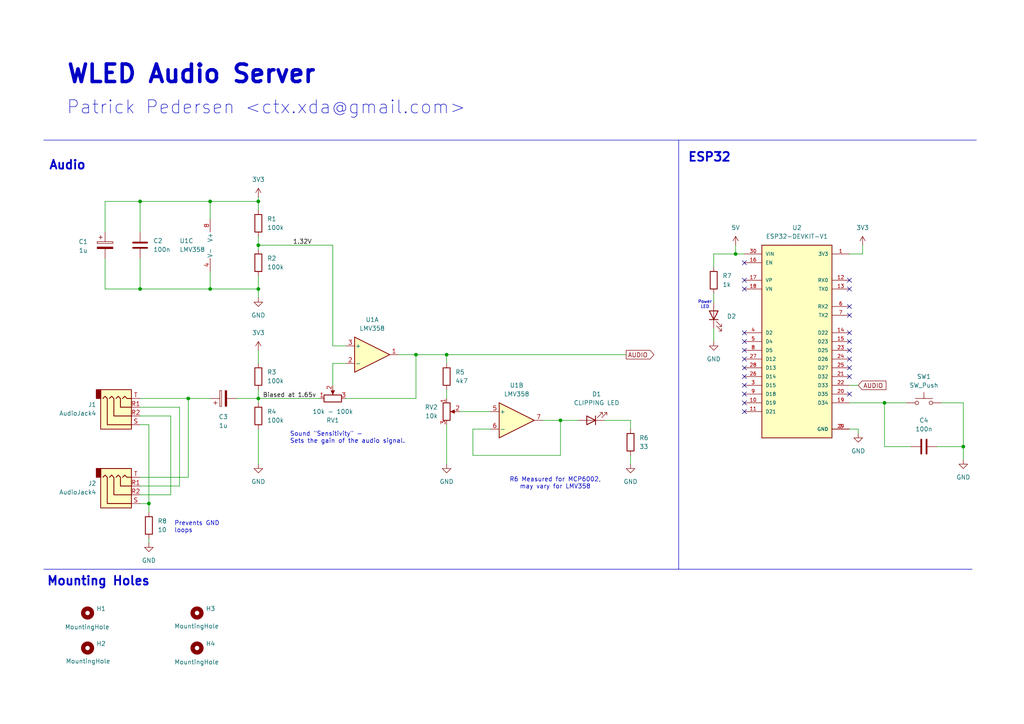
<source format=kicad_sch>
(kicad_sch (version 20250114) (generator "eeschema") (generator_version "9.0")
  (paper "A4")
  (lib_symbols
    (symbol "Amplifier_Operational:LMV358" (pin_names (offset 0.127))
      (property "Reference" "U" (at 0 5.08 0))
      (property "Value" "LMV358" (at 0 -5.08 0))
      (symbol "LMV358_1_1"
        (polyline (pts (xy -5.08 5.08) (xy 5.08 0) (xy -5.08 -5.08) (xy -5.08 5.08)) (stroke (width 0.254)) (fill (type background)))
        (pin input line (at -7.62 2.54 0) (length 2.54) (name "+") (number "3"))
        (pin input line (at -7.62 -2.54 0) (length 2.54) (name "-") (number "2"))
        (pin output line (at 7.62 0 180) (length 2.54) (name "~") (number "1"))
      )
      (symbol "LMV358_2_1"
        (polyline (pts (xy -5.08 5.08) (xy 5.08 0) (xy -5.08 -5.08) (xy -5.08 5.08)) (stroke (width 0.254)) (fill (type background)))
        (pin input line (at -7.62 2.54 0) (length 2.54) (name "+") (number "5"))
        (pin input line (at -7.62 -2.54 0) (length 2.54) (name "-") (number "6"))
        (pin output line (at 7.62 0 180) (length 2.54) (name "~") (number "7"))
      )
      (symbol "LMV358_3_1"
        (pin power_in line (at -2.54 7.62 270) (length 3.81) (name "V+") (number "8"))
        (pin power_in line (at -2.54 -7.62 90) (length 3.81) (name "V-") (number "4"))
      )
    )
    (symbol "Connector_Audio:AudioJack4"
      (property "Reference" "J" (at 0 8.89 0))
      (property "Value" "AudioJack4" (at 0 6.35 0))
      (symbol "AudioJack4_0_1"
        (rectangle (start -6.35 -5.08) (end -7.62 -7.62) (stroke (width 0.254)) (fill (type outline)))
        (polyline (pts (xy -5.715 -5.08) (xy -5.08 -5.715) (xy -4.445 -5.08) (xy -4.445 2.54) (xy 2.54 2.54)) (stroke (width 0.254)))
        (polyline (pts (xy -1.905 -5.08) (xy -1.27 -5.715) (xy -0.635 -5.08) (xy -0.635 -2.54) (xy 2.54 -2.54)) (stroke (width 0.254)))
        (polyline (pts (xy 0 -5.08) (xy 0.635 -5.715) (xy 1.27 -5.08) (xy 2.54 -5.08)) (stroke (width 0.254)))
        (rectangle (start 2.54 3.81) (end -6.35 -7.62) (stroke (width 0.254)) (fill (type background)))
        (polyline (pts (xy 2.54 0) (xy -2.54 0) (xy -2.54 -5.08) (xy -3.175 -5.715) (xy -3.81 -5.08)) (stroke (width 0.254)))
      )
      (symbol "AudioJack4_1_1"
        (pin passive line (at 5.08 2.54 180) (length 2.54) (name "~") (number "S"))
        (pin passive line (at 5.08 0 180) (length 2.54) (name "~") (number "R2"))
        (pin passive line (at 5.08 -2.54 180) (length 2.54) (name "~") (number "R1"))
        (pin passive line (at 5.08 -5.08 180) (length 2.54) (name "~") (number "T"))
      )
    )
    (symbol "Device:C" (pin_numbers (hide yes)) (pin_names (offset 0.254))
      (property "Reference" "C" (at 0.635 2.54 0))
      (property "Value" "C" (at 0.635 -2.54 0))
      (symbol "C_0_1"
        (polyline (pts (xy -2.032 0.762) (xy 2.032 0.762)) (stroke (width 0.508)))
        (polyline (pts (xy -2.032 -0.762) (xy 2.032 -0.762)) (stroke (width 0.508)))
      )
      (symbol "C_1_1"
        (pin passive line (at 0 3.81 270) (length 2.794) (name "~") (number "1"))
        (pin passive line (at 0 -3.81 90) (length 2.794) (name "~") (number "2"))
      )
    )
    (symbol "Device:C_Polarized" (pin_numbers (hide yes)) (pin_names (offset 0.254))
      (property "Reference" "C" (at 0.635 2.54 0))
      (property "Value" "C_Polarized" (at 0.635 -2.54 0))
      (symbol "C_Polarized_0_1"
        (rectangle (start -2.286 0.508) (end 2.286 1.016))
        (polyline (pts (xy -1.778 2.286) (xy -0.762 2.286)))
        (polyline (pts (xy -1.27 2.794) (xy -1.27 1.778)))
        (rectangle (start 2.286 -0.508) (end -2.286 -1.016) (fill (type outline)))
      )
      (symbol "C_Polarized_1_1"
        (pin passive line (at 0 3.81 270) (length 2.794) (name "~") (number "1"))
        (pin passive line (at 0 -3.81 90) (length 2.794) (name "~") (number "2"))
      )
    )
    (symbol "Device:LED" (pin_numbers (hide yes)) (pin_names (offset 1.016) (hide yes))
      (property "Reference" "D" (at 0 2.54 0))
      (property "Value" "LED" (at 0 -2.54 0))
      (symbol "LED_0_1"
        (polyline (pts (xy -3.048 -0.762) (xy -4.572 -2.286) (xy -3.81 -2.286) (xy -4.572 -2.286) (xy -4.572 -1.524)))
        (polyline (pts (xy -1.778 -0.762) (xy -3.302 -2.286) (xy -2.54 -2.286) (xy -3.302 -2.286) (xy -3.302 -1.524)))
        (polyline (pts (xy -1.27 0) (xy 1.27 0)))
        (polyline (pts (xy -1.27 -1.27) (xy -1.27 1.27)) (stroke (width 0.254)))
        (polyline (pts (xy 1.27 -1.27) (xy 1.27 1.27) (xy -1.27 0) (xy 1.27 -1.27)) (stroke (width 0.254)))
      )
      (symbol "LED_1_1"
        (pin passive line (at -3.81 0 0) (length 2.54) (name "K") (number "1"))
        (pin passive line (at 3.81 0 180) (length 2.54) (name "A") (number "2"))
      )
    )
    (symbol "Device:R" (pin_numbers (hide yes)) (pin_names (offset 0))
      (property "Reference" "R" (at 2.032 0 90))
      (property "Value" "R" (at 0 0 90))
      (symbol "R_0_1"
        (rectangle (start -1.016 -2.54) (end 1.016 2.54) (stroke (width 0.254)))
      )
      (symbol "R_1_1"
        (pin passive line (at 0 3.81 270) (length 1.27) (name "~") (number "1"))
        (pin passive line (at 0 -3.81 90) (length 1.27) (name "~") (number "2"))
      )
    )
    (symbol "Device:R_Potentiometer" (pin_names (offset 1.016) (hide yes))
      (property "Reference" "RV" (at -4.445 0 90))
      (property "Value" "R_Potentiometer" (at -2.54 0 90))
      (symbol "R_Potentiometer_0_1"
        (rectangle (start 1.016 2.54) (end -1.016 -2.54) (stroke (width 0.254)))
        (polyline (pts (xy 1.143 0) (xy 2.286 0.508) (xy 2.286 -0.508) (xy 1.143 0)) (fill (type outline)))
        (polyline (pts (xy 2.54 0) (xy 1.524 0)))
      )
      (symbol "R_Potentiometer_1_1"
        (pin passive line (at 0 3.81 270) (length 1.27) (name "1") (number "1"))
        (pin passive line (at 0 -3.81 90) (length 1.27) (name "3") (number "3"))
        (pin passive line (at 3.81 0 180) (length 1.27) (name "2") (number "2"))
      )
    )
    (symbol "ESP32_Devkit_V1:ESP32-DEVKIT-V1" (pin_names (offset 1.016))
      (property "Reference" "U" (at -10.16 30.48 0))
      (property "Value" "ESP32-DEVKIT-V1" (at -10.16 -30.48 0))
      (symbol "ESP32-DEVKIT-V1_0_0"
        (rectangle (start -10.16 -27.94) (end 10.16 27.94) (stroke (width 0.254)) (fill (type background)))
        (pin input line (at -15.24 25.4 0) (length 5.08) (name "VIN") (number "30"))
        (pin input line (at -15.24 22.86 0) (length 5.08) (name "EN") (number "16"))
        (pin bidirectional line (at -15.24 17.78 0) (length 5.08) (name "VP") (number "17"))
        (pin bidirectional line (at -15.24 15.24 0) (length 5.08) (name "VN") (number "18"))
        (pin bidirectional line (at -15.24 2.54 0) (length 5.08) (name "D2") (number "4"))
        (pin bidirectional line (at -15.24 0 0) (length 5.08) (name "D4") (number "5"))
        (pin bidirectional line (at -15.24 -2.54 0) (length 5.08) (name "D5") (number "8"))
        (pin bidirectional line (at -15.24 -5.08 0) (length 5.08) (name "D12") (number "27"))
        (pin bidirectional line (at -15.24 -7.62 0) (length 5.08) (name "D13") (number "28"))
        (pin bidirectional line (at -15.24 -10.16 0) (length 5.08) (name "D14") (number "26"))
        (pin bidirectional line (at -15.24 -12.7 0) (length 5.08) (name "D15") (number "3"))
        (pin bidirectional line (at -15.24 -15.24 0) (length 5.08) (name "D18") (number "9"))
        (pin bidirectional line (at -15.24 -17.78 0) (length 5.08) (name "D19") (number "10"))
        (pin bidirectional line (at -15.24 -20.32 0) (length 5.08) (name "D21") (number "11"))
        (pin output line (at 15.24 25.4 180) (length 5.08) (name "3V3") (number "1"))
        (pin input line (at 15.24 17.78 180) (length 5.08) (name "RX0") (number "12"))
        (pin output line (at 15.24 15.24 180) (length 5.08) (name "TX0") (number "13"))
        (pin input line (at 15.24 10.16 180) (length 5.08) (name "RX2") (number "6"))
        (pin output line (at 15.24 7.62 180) (length 5.08) (name "TX2") (number "7"))
        (pin bidirectional line (at 15.24 2.54 180) (length 5.08) (name "D22") (number "14"))
        (pin bidirectional line (at 15.24 0 180) (length 5.08) (name "D23") (number "15"))
        (pin bidirectional line (at 15.24 -2.54 180) (length 5.08) (name "D25") (number "23"))
        (pin bidirectional line (at 15.24 -5.08 180) (length 5.08) (name "D26") (number "24"))
        (pin bidirectional line (at 15.24 -7.62 180) (length 5.08) (name "D27") (number "25"))
        (pin bidirectional line (at 15.24 -10.16 180) (length 5.08) (name "D32") (number "21"))
        (pin bidirectional line (at 15.24 -12.7 180) (length 5.08) (name "D33") (number "22"))
        (pin bidirectional line (at 15.24 -15.24 180) (length 5.08) (name "D35") (number "20"))
        (pin bidirectional line (at 15.24 -17.78 180) (length 5.08) (name "D34") (number "19"))
        (pin power_in line (at 15.24 -25.4 180) (length 5.08) (name "GND") (number "2"))
        (pin power_in line (at 15.24 -25.4 180) (length 5.08) (name "GND") (number "29"))
      )
    )
    (symbol "Mechanical:MountingHole" (pin_names (offset 1.016)) (exclude_from_sim yes) (in_bom no)
      (property "Reference" "H" (at 0 5.08 0))
      (property "Value" "MountingHole" (at 0 3.175 0))
      (symbol "MountingHole_0_1"
        (circle (center 0 0) (radius 1.27) (stroke (width 1.27)))
      )
    )
    (symbol "Switch:SW_Push" (pin_numbers (hide yes)) (pin_names (offset 1.016) (hide yes))
      (property "Reference" "SW" (at 1.27 2.54 0))
      (property "Value" "SW_Push" (at 0 -1.524 0))
      (symbol "SW_Push_0_1"
        (circle (center -2.032 0) (radius 0.508))
        (polyline (pts (xy 0 1.27) (xy 0 3.048)))
        (circle (center 2.032 0) (radius 0.508))
        (polyline (pts (xy 2.54 1.27) (xy -2.54 1.27)))
        (pin passive line (at -5.08 0 0) (length 2.54) (name "1") (number "1"))
        (pin passive line (at 5.08 0 180) (length 2.54) (name "2") (number "2"))
      )
    )
    (symbol "power:GND" (power) (pin_numbers (hide yes)) (pin_names (offset 0) (hide yes))
      (property "Value" "GND" (at 0 -3.81 0))
      (symbol "GND_0_1"
        (polyline (pts (xy 0 0) (xy 0 -1.27) (xy 1.27 -1.27) (xy 0 -2.54) (xy -1.27 -1.27) (xy 0 -1.27)))
      )
      (symbol "GND_1_1"
        (pin power_in line (at 0 0 270) (length 0) (name "~") (number "1"))
      )
    )
    (symbol "power:VCC" (power) (pin_numbers (hide yes)) (pin_names (offset 0) (hide yes))
      (property "Value" "VCC" (at 0 3.556 0))
      (symbol "VCC_0_1"
        (polyline (pts (xy -0.762 1.27) (xy 0 2.54)))
        (polyline (pts (xy 0 2.54) (xy 0.762 1.27)))
        (polyline (pts (xy 0 0) (xy 0 2.54)))
      )
      (symbol "VCC_1_1"
        (pin power_in line (at 0 0 90) (length 0) (name "~") (number "1"))
      )
    )
  )
  (text "Patrick Pedersen <ctx.xda@gmail.com>" (at 77.216 31.242 0) (effects (font (size 3.81 3.81))))
  (text "Audio" (at 19.558 48.006 0) (effects (font (size 2.54 2.54) (thickness 0.508) (bold yes))))
  (text "Mounting Holes" (at 13.462 168.656 0) (effects (font (size 2.54 2.54) (thickness 0.508) (bold yes)) (justify left)))
  (text "ESP32" (at 199.39 45.72 0) (effects (font (size 2.54 2.54) (thickness 0.508) (bold yes)) (justify left)))
  (text "Prevents GND\nloops" (at 50.546 152.908 0) (effects (font (size 1.27 1.27)) (justify left)))
  (text "Sound \"Sensitivity\" - \nSets the gain of the audio signal.\n" (at 84.074 127 0) (effects (font (size 1.27 1.27)) (justify left)))
  (text "R6 Measured for MCP6002,\nmay vary for LMV358" (at 161.036 140.208 0) (effects (font (size 1.27 1.27))))
  (text "Power\nLED" (at 204.47 88.392 0) (effects (font (size 0.889 0.889))))
  (text "WLED Audio Server" (at 19.05 21.59 0) (effects (font (size 5.08 5.08) (thickness 1.016) (bold yes)) (justify left)))
  (junction (at 54.61 115.57))
  (junction (at 256.54 116.84))
  (junction (at 60.96 58.42))
  (junction (at 74.93 58.42))
  (junction (at 279.4 129.54))
  (junction (at 129.54 102.87))
  (junction (at 213.36 73.66))
  (junction (at 120.65 102.87))
  (junction (at 40.64 58.42))
  (junction (at 60.96 83.82))
  (junction (at 43.18 146.05))
  (junction (at 74.93 115.57))
  (junction (at 74.93 83.82))
  (junction (at 162.56 121.92))
  (junction (at 40.64 83.82))
  (junction (at 74.93 71.12))
  (no_connect (at 246.38 104.14))
  (no_connect (at 246.38 106.68))
  (no_connect (at 215.9 101.6))
  (no_connect (at 215.9 96.52))
  (no_connect (at 246.38 114.3))
  (no_connect (at 215.9 106.68))
  (no_connect (at 215.9 116.84))
  (no_connect (at 215.9 119.38))
  (no_connect (at 246.38 83.82))
  (no_connect (at 215.9 111.76))
  (no_connect (at 215.9 76.2))
  (no_connect (at 215.9 99.06))
  (no_connect (at 246.38 99.06))
  (no_connect (at 246.38 88.9))
  (no_connect (at 215.9 114.3))
  (no_connect (at 246.38 101.6))
  (no_connect (at 246.38 81.28))
  (no_connect (at 215.9 83.82))
  (no_connect (at 215.9 104.14))
  (no_connect (at 215.9 109.22))
  (no_connect (at 246.38 91.44))
  (no_connect (at 246.38 96.52))
  (no_connect (at 215.9 81.28))
  (no_connect (at 246.38 109.22))
  (wire (pts (xy 74.93 113.03) (xy 74.93 115.57)))
  (wire (pts (xy 133.35 119.38) (xy 142.24 119.38)))
  (wire (pts (xy 162.56 121.92) (xy 167.64 121.92)))
  (wire (pts (xy 207.01 73.66) (xy 213.36 73.66)))
  (wire (pts (xy 40.64 74.93) (xy 40.64 83.82)))
  (wire (pts (xy 43.18 123.19) (xy 43.18 146.05)))
  (wire (pts (xy 115.57 102.87) (xy 120.65 102.87)))
  (wire (pts (xy 207.01 95.25) (xy 207.01 99.06)))
  (wire (pts (xy 49.53 120.65) (xy 49.53 143.51)))
  (wire (pts (xy 74.93 83.82) (xy 74.93 86.36)))
  (wire (pts (xy 54.61 115.57) (xy 60.96 115.57)))
  (wire (pts (xy 137.16 124.46) (xy 142.24 124.46)))
  (wire (pts (xy 30.48 83.82) (xy 40.64 83.82)))
  (wire (pts (xy 96.52 71.12) (xy 96.52 100.33)))
  (wire (pts (xy 246.38 116.84) (xy 256.54 116.84)))
  (wire (pts (xy 250.19 71.12) (xy 250.19 73.66)))
  (wire (pts (xy 129.54 102.87) (xy 181.61 102.87)))
  (wire (pts (xy 49.53 143.51) (xy 40.64 143.51)))
  (wire (pts (xy 68.58 115.57) (xy 74.93 115.57)))
  (wire (pts (xy 40.64 58.42) (xy 60.96 58.42)))
  (wire (pts (xy 74.93 68.58) (xy 74.93 71.12)))
  (wire (pts (xy 129.54 113.03) (xy 129.54 115.57)))
  (wire (pts (xy 74.93 71.12) (xy 74.93 72.39)))
  (wire (pts (xy 96.52 111.76) (xy 96.52 105.41)))
  (wire (pts (xy 60.96 78.74) (xy 60.96 83.82)))
  (wire (pts (xy 256.54 129.54) (xy 264.16 129.54)))
  (wire (pts (xy 129.54 102.87) (xy 129.54 105.41)))
  (wire (pts (xy 279.4 116.84) (xy 279.4 129.54)))
  (wire (pts (xy 207.01 85.09) (xy 207.01 87.63)))
  (wire (pts (xy 207.01 73.66) (xy 207.01 77.47)))
  (wire (pts (xy 120.65 102.87) (xy 120.65 115.57)))
  (wire (pts (xy 30.48 58.42) (xy 40.64 58.42)))
  (wire (pts (xy 40.64 138.43) (xy 54.61 138.43)))
  (wire (pts (xy 30.48 74.93) (xy 30.48 83.82)))
  (wire (pts (xy 60.96 63.5) (xy 60.96 58.42)))
  (wire (pts (xy 74.93 101.6) (xy 74.93 105.41)))
  (wire (pts (xy 74.93 58.42) (xy 74.93 60.96)))
  (wire (pts (xy 43.18 146.05) (xy 43.18 148.59)))
  (wire (pts (xy 60.96 58.42) (xy 74.93 58.42)))
  (wire (pts (xy 248.92 125.73) (xy 248.92 124.46)))
  (wire (pts (xy 74.93 124.46) (xy 74.93 134.62)))
  (wire (pts (xy 40.64 83.82) (xy 60.96 83.82)))
  (wire (pts (xy 175.26 121.92) (xy 182.88 121.92)))
  (wire (pts (xy 74.93 80.01) (xy 74.93 83.82)))
  (wire (pts (xy 40.64 120.65) (xy 49.53 120.65)))
  (wire (pts (xy 96.52 100.33) (xy 100.33 100.33)))
  (wire (pts (xy 74.93 57.15) (xy 74.93 58.42)))
  (wire (pts (xy 74.93 115.57) (xy 92.71 115.57)))
  (wire (pts (xy 43.18 146.05) (xy 40.64 146.05)))
  (wire (pts (xy 246.38 111.76) (xy 248.92 111.76)))
  (wire (pts (xy 43.18 123.19) (xy 40.64 123.19)))
  (wire (pts (xy 271.78 129.54) (xy 279.4 129.54)))
  (wire (pts (xy 74.93 115.57) (xy 74.93 116.84)))
  (wire (pts (xy 60.96 83.82) (xy 74.93 83.82)))
  (wire (pts (xy 74.93 71.12) (xy 96.52 71.12)))
  (wire (pts (xy 120.65 115.57) (xy 100.33 115.57)))
  (wire (pts (xy 248.92 124.46) (xy 246.38 124.46)))
  (wire (pts (xy 54.61 115.57) (xy 54.61 138.43)))
  (wire (pts (xy 129.54 123.19) (xy 129.54 134.62)))
  (polyline (pts (xy 12.7 40.64) (xy 283.21 40.64)))
  (polyline (pts (xy 196.85 40.64) (xy 196.85 165.1)))
  (wire (pts (xy 40.64 118.11) (xy 52.07 118.11)))
  (polyline (pts (xy 12.7 165.1) (xy 281.94 165.1)))
  (wire (pts (xy 52.07 118.11) (xy 52.07 140.97)))
  (wire (pts (xy 157.48 121.92) (xy 162.56 121.92)))
  (wire (pts (xy 40.64 58.42) (xy 40.64 67.31)))
  (wire (pts (xy 96.52 105.41) (xy 100.33 105.41)))
  (wire (pts (xy 43.18 156.21) (xy 43.18 157.48)))
  (wire (pts (xy 162.56 121.92) (xy 162.56 132.08)))
  (wire (pts (xy 30.48 67.31) (xy 30.48 58.42)))
  (wire (pts (xy 213.36 71.12) (xy 213.36 73.66)))
  (wire (pts (xy 182.88 121.92) (xy 182.88 124.46)))
  (wire (pts (xy 279.4 116.84) (xy 273.05 116.84)))
  (wire (pts (xy 262.89 116.84) (xy 256.54 116.84)))
  (wire (pts (xy 279.4 129.54) (xy 279.4 133.35)))
  (wire (pts (xy 137.16 124.46) (xy 137.16 132.08)))
  (wire (pts (xy 162.56 132.08) (xy 137.16 132.08)))
  (wire (pts (xy 256.54 116.84) (xy 256.54 129.54)))
  (wire (pts (xy 120.65 102.87) (xy 129.54 102.87)))
  (wire (pts (xy 213.36 73.66) (xy 215.9 73.66)))
  (wire (pts (xy 250.19 73.66) (xy 246.38 73.66)))
  (wire (pts (xy 40.64 115.57) (xy 54.61 115.57)))
  (wire (pts (xy 182.88 132.08) (xy 182.88 134.62)))
  (wire (pts (xy 40.64 140.97) (xy 52.07 140.97)))
  (label "Biased at 1.65v" (at 76.2 115.57 0))
  (label "1.32V " (at 91.44 71.12 180))
  (global_label "AUDIO" (shape output) (at 181.61 102.87 0) (property "Intersheetrefs" "${INTERSHEET_REFS}" (effects (hide yes))))
  (global_label "AUDIO" (shape input) (at 248.92 111.76 0) (property "Intersheetrefs" "${INTERSHEET_REFS}" (effects (hide yes))))
  (symbol (lib_id "power:GND") (at 279.4 133.35 0) (unit 1)
    (property "Reference" "#PWR012" (effects (hide yes)))
    (property "Value" "GND" (at 279.4 138.43 0))
    (property "Description" "Power symbol creates a global label with name \"GND\" , ground" (effects (hide yes)))
  )
  (symbol (lib_id "power:VCC") (at 74.93 101.6 0) (unit 1)
    (property "Reference" "#PWR05" (effects (hide yes)))
    (property "Value" "3V3" (at 74.93 96.52 0))
    (property "Description" "Power symbol creates a global label with name \"VCC\"" (effects (hide yes)))
  )
  (symbol (lib_id "power:GND") (at 74.93 134.62 0) (mirror y) (unit 1)
    (property "Reference" "#PWR06" (effects (hide yes)))
    (property "Value" "GND" (at 74.93 139.7 0))
    (property "Description" "Power symbol creates a global label with name \"GND\" , ground" (effects (hide yes)))
  )
  (symbol (lib_id "Device:R_Potentiometer") (at 96.52 115.57 90) (unit 1)
    (property "Reference" "RV1" (at 96.52 121.92 90))
    (property "Value" "10k - 100k" (at 96.52 119.38 90))
    (property "Footprint" "benjiaomodular:Potentiometer_RV09" (effects (hide yes)))
    (property "Description" "Potentiometer" (effects (hide yes)))
  )
  (symbol (lib_id "power:GND") (at 74.93 86.36 0) (mirror y) (unit 1)
    (property "Reference" "#PWR04" (effects (hide yes)))
    (property "Value" "GND" (at 74.93 91.44 0))
    (property "Description" "Power symbol creates a global label with name \"GND\" , ground" (effects (hide yes)))
  )
  (symbol (lib_id "power:VCC") (at 74.93 57.15 0) (unit 1)
    (property "Reference" "#PWR03" (effects (hide yes)))
    (property "Value" "3V3" (at 74.93 52.07 0))
    (property "Description" "Power symbol creates a global label with name \"VCC\"" (effects (hide yes)))
  )
  (symbol (lib_id "Device:C_Polarized") (at 30.48 71.12 0) (unit 1)
    (property "Reference" "C1" (at 24.13 70.104 0))
    (property "Value" "1u" (at 24.13 72.644 0))
    (property "Footprint" "Capacitor_THT:CP_Radial_D4.0mm_P2.00mm" (effects (hide yes)))
    (property "Description" "Polarized capacitor" (effects (hide yes)))
  )
  (symbol (lib_id "Switch:SW_Push") (at 267.97 116.84 0) (unit 1)
    (property "Reference" "SW1" (at 267.97 109.22 0))
    (property "Value" "SW_Push" (at 267.97 111.76 0))
    (property "Footprint" "7mmPB:SW_Push_ThroughHole_2Pin_7mm" (effects (hide yes)))
    (property "Description" "Push button switch, generic, two pins" (effects (hide yes)))
  )
  (symbol (lib_id "Device:R") (at 129.54 109.22 0) (unit 1)
    (property "Reference" "R5" (at 132.08 107.9499 0) (effects (justify left)))
    (property "Value" "4k7" (at 132.08 110.4899 0) (effects (justify left)))
    (property "Footprint" "Resistor_SMD:R_1206_3216Metric_Pad1.30x1.75mm_HandSolder" (effects (hide yes)))
    (property "Description" "Resistor" (effects (hide yes)))
  )
  (symbol (lib_id "power:VCC") (at 213.36 71.12 0) (unit 1)
    (property "Reference" "#PWR010" (effects (hide yes)))
    (property "Value" "5V" (at 213.36 66.04 0))
    (property "Description" "Power symbol creates a global label with name \"VCC\"" (effects (hide yes)))
  )
  (symbol (lib_id "Device:R") (at 74.93 64.77 0) (unit 1)
    (property "Reference" "R1" (at 77.47 63.4999 0) (effects (justify left)))
    (property "Value" "100k" (at 77.47 66.0399 0) (effects (justify left)))
    (property "Footprint" "Resistor_SMD:R_1206_3216Metric_Pad1.30x1.75mm_HandSolder" (effects (hide yes)))
    (property "Description" "Resistor" (effects (hide yes)))
  )
  (symbol (lib_id "Device:R") (at 207.01 81.28 180) (unit 1)
    (property "Reference" "R7" (at 209.55 80.0099 0) (effects (justify right)))
    (property "Value" "1k" (at 209.55 82.5499 0) (effects (justify right)))
    (property "Footprint" "Resistor_SMD:R_1206_3216Metric_Pad1.30x1.75mm_HandSolder" (effects (hide yes)))
    (property "Description" "Resistor" (effects (hide yes)))
  )
  (symbol (lib_id "Amplifier_Operational:LMV358") (at 63.5 71.12 0) (unit 3)
    (property "Reference" "U1" (at 52.07 69.85 0) (effects (justify left)))
    (property "Value" "LMV358" (at 52.07 72.39 0) (effects (justify left)))
    (property "Footprint" "Package_SO:SOIC-8_3.9x4.9mm_P1.27mm" (effects (hide yes)))
    (property "Datasheet" "http://www.ti.com/lit/ds/symlink/lmv324.pdf" (effects (hide yes)))
    (property "Description" "Dual Low-Voltage Rail-to-Rail Output Operational Amplifiers, SOIC-8/SSOP-8" (effects (hide yes)))
  )
  (symbol (lib_id "Device:C") (at 267.97 129.54 90) (unit 1)
    (property "Reference" "C4" (at 267.97 121.92 90))
    (property "Value" "100n" (at 267.97 124.46 90))
    (property "Footprint" "Capacitor_SMD:C_1206_3216Metric_Pad1.33x1.80mm_HandSolder" (effects (hide yes)))
    (property "Description" "Unpolarized capacitor" (effects (hide yes)))
  )
  (symbol (lib_id "Device:R") (at 182.88 128.27 0) (unit 1)
    (property "Reference" "R6" (at 185.42 126.9999 0) (effects (justify left)))
    (property "Value" "33" (at 185.42 129.5399 0) (effects (justify left)))
    (property "Footprint" "Resistor_SMD:R_1206_3216Metric_Pad1.30x1.75mm_HandSolder" (effects (hide yes)))
    (property "Description" "Resistor" (effects (hide yes)))
  )
  (symbol (lib_id "Device:C") (at 40.64 71.12 180) (unit 1)
    (property "Reference" "C2" (at 44.45 69.8499 0) (effects (justify right)))
    (property "Value" "100n" (at 44.45 72.3899 0) (effects (justify right)))
    (property "Footprint" "Capacitor_SMD:C_1206_3216Metric_Pad1.33x1.80mm_HandSolder" (effects (hide yes)))
    (property "Description" "Unpolarized capacitor" (effects (hide yes)))
  )
  (symbol (lib_id "power:GND") (at 129.54 134.62 0) (mirror y) (unit 1)
    (property "Reference" "#PWR07" (effects (hide yes)))
    (property "Value" "GND" (at 129.54 139.7 0))
    (property "Description" "Power symbol creates a global label with name \"GND\" , ground" (effects (hide yes)))
  )
  (symbol (lib_id "Device:R") (at 43.18 152.4 0) (unit 1)
    (property "Reference" "R8" (at 45.72 151.1299 0) (effects (justify left)))
    (property "Value" "10" (at 45.72 153.6699 0) (effects (justify left)))
    (property "Footprint" "Resistor_SMD:R_1206_3216Metric_Pad1.30x1.75mm_HandSolder" (effects (hide yes)))
    (property "Description" "Resistor" (effects (hide yes)))
  )
  (symbol (lib_id "Mechanical:MountingHole") (at 57.15 177.8 0) (unit 1) (exclude_from_sim yes) (in_bom no)
    (property "Reference" "H3" (at 59.69 176.5299 0) (effects (justify left)))
    (property "Value" "MountingHole" (at 50.546 181.61 0) (effects (justify left)))
    (property "Footprint" "MountingHole:MountingHole_3.2mm_M3" (effects (hide yes)))
    (property "Description" "Mounting Hole without connection" (effects (hide yes)))
  )
  (symbol (lib_id "Device:LED") (at 207.01 91.44 90) (unit 1)
    (property "Reference" "D2" (at 210.82 91.7574 90) (effects (justify right)))
    (property "Value" "LED" (effects (hide yes)))
    (property "Footprint" "LED_THT:LED_D5.0mm" (effects (hide yes)))
    (property "Description" "Light emitting diode" (effects (hide yes)))
  )
  (symbol (lib_id "Device:R") (at 74.93 120.65 0) (unit 1)
    (property "Reference" "R4" (at 77.47 119.3799 0) (effects (justify left)))
    (property "Value" "100k" (at 77.47 121.9199 0) (effects (justify left)))
    (property "Footprint" "Resistor_SMD:R_1206_3216Metric_Pad1.30x1.75mm_HandSolder" (effects (hide yes)))
    (property "Description" "Resistor" (effects (hide yes)))
  )
  (symbol (lib_id "Mechanical:MountingHole") (at 25.4 177.8 0) (unit 1) (exclude_from_sim yes) (in_bom no)
    (property "Reference" "H1" (at 27.94 176.5299 0) (effects (justify left)))
    (property "Value" "MountingHole" (at 18.796 181.864 0) (effects (justify left)))
    (property "Footprint" "MountingHole:MountingHole_3.2mm_M3" (effects (hide yes)))
    (property "Description" "Mounting Hole without connection" (effects (hide yes)))
  )
  (symbol (lib_id "ESP32_Devkit_V1:ESP32-DEVKIT-V1") (at 231.14 99.06 0) (unit 1)
    (property "Reference" "U2" (at 231.14 66.04 0))
    (property "Value" "ESP32-DEVKIT-V1" (at 231.14 68.58 0))
    (property "Footprint" "ESP32_Devkit_V1:MODULE_ESP32_DEVKIT_V1" (effects (hide yes)))
    (property "MF" "Do it" (effects (hide yes)))
    (property "MAXIMUM_PACKAGE_HEIGHT" "6.8 mm" (effects (hide yes)))
    (property "Package" "None" (effects (hide yes)))
    (property "Price" "None" (effects (hide yes)))
    (property "Check_prices" "https://www.snapeda.com/parts/ESP32-DEVKIT-V1/Do+it/view-part/?ref=eda" (effects (hide yes)))
    (property "STANDARD" "Manufacturer Recommendations" (effects (hide yes)))
    (property "PARTREV" "N/A" (effects (hide yes)))
    (property "SnapEDA_Link" "https://www.snapeda.com/parts/ESP32-DEVKIT-V1/Do+it/view-part/?ref=snap" (effects (hide yes)))
    (property "MP" "ESP32-DEVKIT-V1" (effects (hide yes)))
    (property "Description_1" "\n                        \n                            Dual core, Wi-Fi: 2.4 GHz up to 150 Mbits/s,BLE (Bluetooth Low Energy) and legacy Bluetooth, 32 bits, Up to 240 MHz\n                        \n" (effects (hide yes)))
    (property "Availability" "Not in stock" (effects (hide yes)))
    (property "MANUFACTURER" "DOIT" (effects (hide yes)))
  )
  (symbol (lib_id "power:GND") (at 207.01 99.06 0) (unit 1)
    (property "Reference" "#PWR09" (effects (hide yes)))
    (property "Value" "GND" (at 207.01 104.14 0))
    (property "Description" "Power symbol creates a global label with name \"GND\" , ground" (effects (hide yes)))
  )
  (symbol (lib_id "Connector_Audio:AudioJack4") (at 35.56 120.65 0) (mirror x) (unit 1)
    (property "Reference" "J1" (at 27.94 117.348 0) (effects (justify right)))
    (property "Value" "AudioJack4" (at 27.94 119.888 0) (effects (justify right)))
    (property "Footprint" "ESP32_Devkit_V1:TRRS-PJ-320A" (effects (hide yes)))
    (property "Description" "Audio Jack, 4 Poles (TRRS)" (effects (hide yes)))
  )
  (symbol (lib_id "Amplifier_Operational:LMV358") (at 149.86 121.92 0) (unit 2)
    (property "Reference" "U1" (at 149.86 111.76 0))
    (property "Value" "LMV358" (at 149.86 114.3 0))
    (property "Footprint" "Package_SO:SOIC-8_3.9x4.9mm_P1.27mm" (effects (hide yes)))
    (property "Datasheet" "http://www.ti.com/lit/ds/symlink/lmv324.pdf" (effects (hide yes)))
    (property "Description" "Dual Low-Voltage Rail-to-Rail Output Operational Amplifiers, SOIC-8/SSOP-8" (effects (hide yes)))
  )
  (symbol (lib_id "Device:R") (at 74.93 109.22 0) (unit 1)
    (property "Reference" "R3" (at 77.47 107.9499 0) (effects (justify left)))
    (property "Value" "100k" (at 77.47 110.4899 0) (effects (justify left)))
    (property "Footprint" "Resistor_SMD:R_1206_3216Metric_Pad1.30x1.75mm_HandSolder" (effects (hide yes)))
    (property "Description" "Resistor" (effects (hide yes)))
  )
  (symbol (lib_id "power:GND") (at 43.18 157.48 0) (mirror y) (unit 1)
    (property "Reference" "#PWR014" (effects (hide yes)))
    (property "Value" "GND" (at 43.18 162.56 0))
    (property "Description" "Power symbol creates a global label with name \"GND\" , ground" (effects (hide yes)))
  )
  (symbol (lib_id "Mechanical:MountingHole") (at 25.4 187.96 0) (unit 1) (exclude_from_sim yes) (in_bom no)
    (property "Reference" "H2" (at 27.94 186.6899 0) (effects (justify left)))
    (property "Value" "MountingHole" (at 19.05 191.77 0) (effects (justify left)))
    (property "Footprint" "MountingHole:MountingHole_3.2mm_M3" (effects (hide yes)))
    (property "Description" "Mounting Hole without connection" (effects (hide yes)))
  )
  (symbol (lib_id "Amplifier_Operational:LMV358") (at 107.95 102.87 0) (unit 1)
    (property "Reference" "U1" (at 107.95 92.71 0))
    (property "Value" "LMV358" (at 107.95 95.25 0))
    (property "Footprint" "Package_SO:SOIC-8_3.9x4.9mm_P1.27mm" (effects (hide yes)))
    (property "Datasheet" "http://www.ti.com/lit/ds/symlink/lmv324.pdf" (effects (hide yes)))
    (property "Description" "Dual Low-Voltage Rail-to-Rail Output Operational Amplifiers, SOIC-8/SSOP-8" (effects (hide yes)))
  )
  (symbol (lib_id "power:GND") (at 182.88 134.62 0) (mirror y) (unit 1)
    (property "Reference" "#PWR08" (effects (hide yes)))
    (property "Value" "GND" (at 182.88 139.7 0))
    (property "Description" "Power symbol creates a global label with name \"GND\" , ground" (effects (hide yes)))
  )
  (symbol (lib_id "Mechanical:MountingHole") (at 57.15 187.96 0) (unit 1) (exclude_from_sim yes) (in_bom no)
    (property "Reference" "H4" (at 59.69 186.6899 0) (effects (justify left)))
    (property "Value" "MountingHole" (at 50.546 192.024 0) (effects (justify left)))
    (property "Footprint" "MountingHole:MountingHole_3.2mm_M3" (effects (hide yes)))
    (property "Description" "Mounting Hole without connection" (effects (hide yes)))
  )
  (symbol (lib_id "Device:R_Potentiometer") (at 129.54 119.38 0) (unit 1)
    (property "Reference" "RV2" (at 127 118.1099 0) (effects (justify right)))
    (property "Value" "10k" (at 127 120.6499 0) (effects (justify right)))
    (property "Footprint" "Potentiometer_THT:Potentiometer_Runtron_RM-065_Vertical" (effects (hide yes)))
    (property "Description" "Potentiometer" (effects (hide yes)))
  )
  (symbol (lib_id "Device:C_Polarized") (at 64.77 115.57 90) (unit 1)
    (property "Reference" "C3" (at 64.77 120.904 90))
    (property "Value" "1u" (at 64.77 123.444 90))
    (property "Footprint" "Capacitor_THT:CP_Radial_D4.0mm_P2.00mm" (effects (hide yes)))
    (property "Description" "Polarized capacitor" (effects (hide yes)))
  )
  (symbol (lib_id "Device:LED") (at 171.45 121.92 180) (unit 1)
    (property "Reference" "D1" (at 173.0375 114.3 0))
    (property "Value" "CLIPPING LED" (at 173.0375 116.84 0))
    (property "Footprint" "LED_THT:LED_D3.0mm" (effects (hide yes)))
    (property "Description" "Light emitting diode" (effects (hide yes)))
  )
  (symbol (lib_id "power:GND") (at 248.92 125.73 0) (unit 1)
    (property "Reference" "#PWR011" (effects (hide yes)))
    (property "Value" "GND" (at 248.92 130.81 0))
    (property "Description" "Power symbol creates a global label with name \"GND\" , ground" (effects (hide yes)))
  )
  (symbol (lib_id "power:VCC") (at 250.19 71.12 0) (unit 1)
    (property "Reference" "#PWR013" (effects (hide yes)))
    (property "Value" "3V3" (at 250.19 66.04 0))
    (property "Description" "Power symbol creates a global label with name \"VCC\"" (effects (hide yes)))
  )
  (symbol (lib_id "Device:R") (at 74.93 76.2 0) (unit 1)
    (property "Reference" "R2" (at 77.47 74.9299 0) (effects (justify left)))
    (property "Value" "100k" (at 77.47 77.4699 0) (effects (justify left)))
    (property "Footprint" "Resistor_SMD:R_1206_3216Metric_Pad1.30x1.75mm_HandSolder" (effects (hide yes)))
    (property "Description" "Resistor" (effects (hide yes)))
  )
  (symbol (lib_id "Connector_Audio:AudioJack4") (at 35.56 143.51 0) (mirror x) (unit 1)
    (property "Reference" "J2" (at 27.94 140.208 0) (effects (justify right)))
    (property "Value" "AudioJack4" (at 27.94 142.748 0) (effects (justify right)))
    (property "Footprint" "ESP32_Devkit_V1:TRRS-PJ-320A" (effects (hide yes)))
    (property "Description" "Audio Jack, 4 Poles (TRRS)" (effects (hide yes)))
  )
)
</source>
